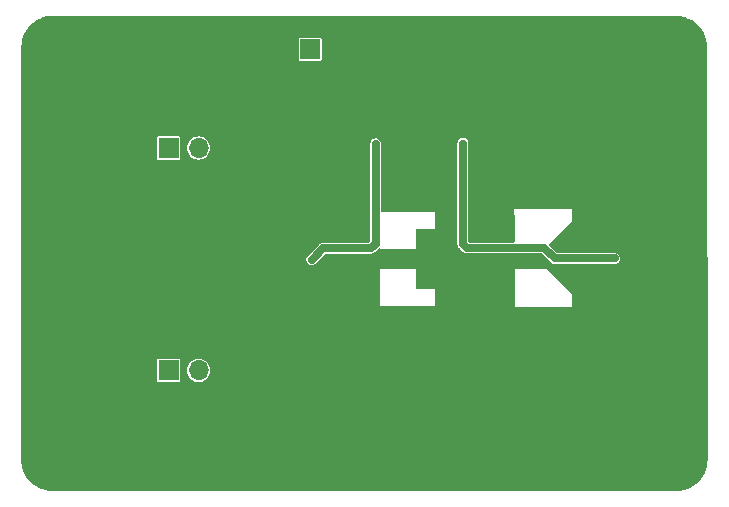
<source format=gbr>
%TF.GenerationSoftware,KiCad,Pcbnew,7.0.11-7.0.11~ubuntu22.04.1*%
%TF.CreationDate,2024-11-23T22:03:05+01:00*%
%TF.ProjectId,analog-amplifier,616e616c-6f67-42d6-916d-706c69666965,rev?*%
%TF.SameCoordinates,Original*%
%TF.FileFunction,Copper,L2,Bot*%
%TF.FilePolarity,Positive*%
%FSLAX46Y46*%
G04 Gerber Fmt 4.6, Leading zero omitted, Abs format (unit mm)*
G04 Created by KiCad (PCBNEW 7.0.11-7.0.11~ubuntu22.04.1) date 2024-11-23 22:03:05*
%MOMM*%
%LPD*%
G01*
G04 APERTURE LIST*
%TA.AperFunction,ComponentPad*%
%ADD10R,1.700000X1.700000*%
%TD*%
%TA.AperFunction,ComponentPad*%
%ADD11O,1.700000X1.700000*%
%TD*%
%TA.AperFunction,SMDPad,CuDef*%
%ADD12R,4.200000X1.350000*%
%TD*%
%TA.AperFunction,ViaPad*%
%ADD13C,0.450000*%
%TD*%
%TA.AperFunction,Conductor*%
%ADD14C,0.660000*%
%TD*%
G04 APERTURE END LIST*
D10*
%TO.P,J6,1,Pin_1*%
%TO.N,GND*%
X141570000Y-70770000D03*
%TD*%
%TO.P,J5,1,Pin_1*%
%TO.N,Net-(J5-Pin_1)*%
X121050000Y-70640000D03*
%TD*%
%TO.P,JP1,1,A*%
%TO.N,/IN+*%
X109050000Y-79000000D03*
D11*
%TO.P,JP1,2,B*%
%TO.N,Net-(JP1-B)*%
X111590000Y-79000000D03*
%TD*%
D12*
%TO.P,J1,2,Ext*%
%TO.N,GND*%
X98700000Y-76175000D03*
X98700000Y-81825000D03*
%TD*%
%TO.P,J2,2,Ext*%
%TO.N,GND*%
X98720000Y-95010000D03*
X98720000Y-100660000D03*
%TD*%
%TO.P,J4,2,Ext*%
%TO.N,GND*%
X152567500Y-100660000D03*
X152567500Y-95010000D03*
%TD*%
%TO.P,J3,2,Ext*%
%TO.N,GND*%
X152557500Y-81825000D03*
X152557500Y-76175000D03*
%TD*%
D10*
%TO.P,JP2,1,A*%
%TO.N,/IN-*%
X109050000Y-97835000D03*
D11*
%TO.P,JP2,2,B*%
%TO.N,Net-(JP2-B)*%
X111590000Y-97835000D03*
%TD*%
D13*
%TO.N,+5V*%
X133980000Y-78510000D03*
X133980000Y-79370000D03*
X133980000Y-80170000D03*
%TO.N,GND*%
X139670000Y-92620000D03*
X112580000Y-103950000D03*
X136608000Y-86010000D03*
X113340000Y-79170000D03*
X98260000Y-83220000D03*
X149300000Y-88910000D03*
X138300000Y-83830000D03*
X145610000Y-94370000D03*
X128050000Y-92600000D03*
X107070000Y-81460000D03*
X144620000Y-91010000D03*
X152030000Y-80200000D03*
X133470000Y-90870000D03*
X149300000Y-97980000D03*
X106360000Y-88400000D03*
X147190000Y-90890000D03*
X121720000Y-83530000D03*
X153830000Y-99020000D03*
X152880000Y-80180000D03*
X153820000Y-80160000D03*
X105960000Y-80110000D03*
X137113332Y-92620000D03*
X103880000Y-98880000D03*
X102830000Y-101140000D03*
X136270000Y-96620000D03*
X102270000Y-80080000D03*
X100700000Y-90660000D03*
X145880000Y-92230000D03*
X105945000Y-96750000D03*
X127020000Y-92620000D03*
X135622000Y-90820000D03*
X129040000Y-103950000D03*
X145880000Y-84620000D03*
X151870000Y-88910000D03*
X149300000Y-90890000D03*
X137774000Y-90600000D03*
X140140000Y-88370000D03*
X153930000Y-90890000D03*
X112110000Y-83220000D03*
X125200000Y-85020000D03*
X128990000Y-96620000D03*
X130440000Y-79680000D03*
X149300000Y-78870000D03*
X143080000Y-96620000D03*
X118350000Y-88400000D03*
X108820000Y-106800000D03*
X121560000Y-104620000D03*
X113780000Y-93660000D03*
X108390000Y-85730000D03*
X108230000Y-94440000D03*
X138391665Y-92620000D03*
X145610000Y-82480000D03*
X128130000Y-83030000D03*
X110500000Y-74360000D03*
X115610000Y-70380000D03*
X126580000Y-94910000D03*
X148640000Y-79530000D03*
X102290000Y-77950000D03*
X111510000Y-80490000D03*
X138170000Y-70310000D03*
X137684000Y-86230000D03*
X98590000Y-93660000D03*
X126780000Y-105260000D03*
X98230000Y-88400000D03*
X114160000Y-79980000D03*
X105890000Y-70240000D03*
X124900000Y-106230000D03*
X119900000Y-80240000D03*
X109260000Y-101140000D03*
X125350000Y-84090000D03*
X109190000Y-96360000D03*
X136700000Y-74430000D03*
X123090000Y-85190000D03*
X115670000Y-106800000D03*
X153930000Y-86550000D03*
X131980000Y-93800000D03*
X106970000Y-98980000D03*
X136230000Y-103950000D03*
X152030000Y-77830000D03*
X152890000Y-77810000D03*
X115840000Y-101140000D03*
X145210000Y-91600000D03*
X111980000Y-85730000D03*
X151310000Y-103950000D03*
X152880000Y-96670000D03*
X130610000Y-86960000D03*
X144620000Y-85840000D03*
X133278333Y-92620000D03*
X142650000Y-87600000D03*
X128140000Y-83960000D03*
X153820000Y-96690000D03*
X115000000Y-95970000D03*
X107040000Y-95540000D03*
X102690000Y-83220000D03*
X114950000Y-80790000D03*
X133188333Y-84210000D03*
X151870000Y-84270000D03*
X104670000Y-90660000D03*
X120050000Y-92090000D03*
X143170000Y-89600000D03*
X106380000Y-77950000D03*
X153830000Y-77830000D03*
X121420000Y-93300000D03*
X146530000Y-83900000D03*
X147590000Y-106800000D03*
X143170000Y-87250000D03*
X144320000Y-93080000D03*
X109960000Y-88400000D03*
X146530000Y-92950000D03*
X112310000Y-81260000D03*
X131910000Y-84210000D03*
X147850000Y-82630000D03*
X134546000Y-90850000D03*
X144950000Y-83140000D03*
X113690000Y-83220000D03*
X128520000Y-77940000D03*
X133150000Y-86850000D03*
X147080000Y-95820000D03*
X114140000Y-96780000D03*
X148640000Y-97320000D03*
X125080000Y-93400000D03*
X136710000Y-79310000D03*
X104315000Y-80080000D03*
X147810000Y-96550000D03*
X149720000Y-80730000D03*
X131430000Y-87550000D03*
X143740000Y-84380000D03*
X139890000Y-101140000D03*
X137023332Y-84210000D03*
X128070000Y-93820000D03*
X130450000Y-86240000D03*
X109990000Y-95590000D03*
X147950000Y-74740000D03*
X140910000Y-81460000D03*
X123860000Y-101140000D03*
X106240000Y-83220000D03*
X131960000Y-101140000D03*
X108980000Y-80500000D03*
X145340000Y-79430000D03*
X153930000Y-88910000D03*
X133210000Y-85890000D03*
X142640000Y-89130000D03*
X143120000Y-103950000D03*
X104335000Y-77950000D03*
X147180000Y-93590000D03*
X147810000Y-80300000D03*
X139578335Y-83830000D03*
X149300000Y-86550000D03*
X148510000Y-94910000D03*
X126820000Y-90270000D03*
X132500000Y-81950000D03*
X144010000Y-90410000D03*
X153930000Y-84410000D03*
X131460000Y-86170000D03*
X149720000Y-96120000D03*
X105520000Y-103950000D03*
X153930000Y-92780000D03*
X149190000Y-95590000D03*
X127820000Y-102200000D03*
X139780000Y-106800000D03*
X112450000Y-93660000D03*
X128900000Y-88410000D03*
X127020000Y-93800000D03*
X144950000Y-93710000D03*
X134900000Y-84240000D03*
X110210000Y-83220000D03*
X147180000Y-83260000D03*
X144320000Y-83770000D03*
X120090000Y-94630000D03*
X146320000Y-95040000D03*
X132000000Y-92620000D03*
X125410000Y-95560000D03*
X151870000Y-90890000D03*
X105525000Y-98910000D03*
X151130000Y-96650000D03*
X127310000Y-83970000D03*
X132120000Y-70350000D03*
X125100000Y-83240000D03*
X116280000Y-85730000D03*
X146320000Y-81810000D03*
X125120000Y-90810000D03*
X102670000Y-73630000D03*
X147850000Y-94220000D03*
X112520000Y-95600000D03*
X131890000Y-83030000D03*
X152890000Y-99040000D03*
X151130000Y-80200000D03*
X132550000Y-77970000D03*
X108220000Y-83220000D03*
X121720000Y-81210000D03*
X108470000Y-90660000D03*
X113260000Y-97520000D03*
X149300000Y-84390000D03*
X120280000Y-97420000D03*
X102770000Y-88400000D03*
X106570000Y-93660000D03*
X115220000Y-83220000D03*
X141310000Y-76210000D03*
X149190000Y-81260000D03*
X149300000Y-92780000D03*
X136698000Y-90820000D03*
X131440000Y-86840000D03*
X115000000Y-93660000D03*
X125240000Y-86000000D03*
X150310000Y-96650000D03*
X101855000Y-96750000D03*
X151870000Y-92780000D03*
X125100000Y-92130000D03*
X134556666Y-92620000D03*
X152030000Y-99020000D03*
X120040000Y-85730000D03*
X145210000Y-85250000D03*
X147310000Y-86550000D03*
X111610000Y-96330000D03*
X99630000Y-103950000D03*
X102800000Y-106800000D03*
X131920000Y-106800000D03*
X148510000Y-81940000D03*
X147080000Y-81030000D03*
X122940000Y-90810000D03*
X151110000Y-77840000D03*
X119920000Y-82140000D03*
X144060000Y-86360000D03*
X147410000Y-101140000D03*
X151870000Y-86550000D03*
X143740000Y-92470000D03*
X100360000Y-85730000D03*
X150120000Y-98700000D03*
X109890000Y-81230000D03*
X101835000Y-98880000D03*
X135532000Y-86010000D03*
X104580000Y-85730000D03*
X124660000Y-103790000D03*
X121520000Y-95560000D03*
X148420000Y-70240000D03*
X113590000Y-90660000D03*
X99910000Y-70120000D03*
X102730000Y-93660000D03*
X103900000Y-96750000D03*
X151110000Y-99010000D03*
X135744999Y-84210000D03*
X114090000Y-88400000D03*
X152030000Y-96650000D03*
X135834999Y-92620000D03*
X150310000Y-80200000D03*
X150120000Y-78150000D03*
%TO.N,+5V*%
X121620000Y-88000000D03*
X133975000Y-87132500D03*
X133975000Y-86080000D03*
X121170000Y-88450000D03*
X126575000Y-78650000D03*
X144090000Y-88350000D03*
X146825000Y-88350000D03*
X146141250Y-88350000D03*
X126590000Y-79410000D03*
X122800003Y-87470000D03*
X145457500Y-88350000D03*
X133970000Y-86610000D03*
X122150000Y-87470000D03*
X126575000Y-80140000D03*
X144773750Y-88350000D03*
%TD*%
D14*
%TO.N,+5V*%
X133975000Y-80175000D02*
X133975000Y-86080000D01*
X133980000Y-80170000D02*
X133975000Y-80175000D01*
X133975000Y-80165000D02*
X133980000Y-80170000D01*
X126210000Y-87470000D02*
X122150000Y-87470000D01*
X133975000Y-87132500D02*
X134302500Y-87460000D01*
X126575000Y-79425000D02*
X126590000Y-79410000D01*
X133970000Y-79400000D02*
X133975000Y-79395000D01*
X133975000Y-80150000D02*
X133975000Y-80165000D01*
X133975000Y-80150000D02*
X133975000Y-79405000D01*
X126575000Y-79395000D02*
X126575000Y-78650000D01*
X140860000Y-87460000D02*
X141750000Y-88350000D01*
X133975000Y-79405000D02*
X133970000Y-79400000D01*
X126575000Y-80140000D02*
X126575000Y-87105000D01*
X134302500Y-87460000D02*
X140860000Y-87460000D01*
X126590000Y-79410000D02*
X126575000Y-79395000D01*
X141750000Y-88350000D02*
X146825000Y-88350000D01*
X122150000Y-87470000D02*
X121170000Y-88450000D01*
X133975000Y-79395000D02*
X133975000Y-78650000D01*
X126575000Y-87105000D02*
X126210000Y-87470000D01*
X133975000Y-86080000D02*
X133975000Y-87132500D01*
X126575000Y-80140000D02*
X126575000Y-79425000D01*
%TD*%
%TA.AperFunction,Conductor*%
%TO.N,GND*%
G36*
X99463596Y-67802495D02*
G01*
X99472284Y-67803664D01*
X99472285Y-67803657D01*
X99476691Y-67804154D01*
X99476693Y-67804154D01*
X99485480Y-67804154D01*
X99493248Y-67804539D01*
X99519207Y-67807114D01*
X99519211Y-67807112D01*
X99523649Y-67806679D01*
X99540663Y-67804161D01*
X151962682Y-67810493D01*
X151967659Y-67810959D01*
X151972244Y-67810910D01*
X151972246Y-67810911D01*
X152009949Y-67810511D01*
X152014302Y-67810587D01*
X152301815Y-67823652D01*
X152310610Y-67824547D01*
X152451618Y-67846931D01*
X152592625Y-67869314D01*
X152601269Y-67871187D01*
X152633389Y-67880057D01*
X152876524Y-67947200D01*
X152884898Y-67950026D01*
X153149937Y-68056334D01*
X153157941Y-68060078D01*
X153409434Y-68195346D01*
X153416959Y-68199953D01*
X153550110Y-68292124D01*
X153651761Y-68362490D01*
X153658740Y-68367924D01*
X153873884Y-68555672D01*
X153880212Y-68561851D01*
X154073024Y-68772476D01*
X154078619Y-68779320D01*
X154123136Y-68840473D01*
X154246684Y-69010188D01*
X154251481Y-69017619D01*
X154392683Y-69265817D01*
X154396619Y-69273737D01*
X154509192Y-69536166D01*
X154512218Y-69544477D01*
X154594746Y-69817834D01*
X154596825Y-69826431D01*
X154648284Y-70107318D01*
X154649388Y-70116094D01*
X154669124Y-70400955D01*
X154669241Y-70409799D01*
X154657497Y-70683738D01*
X154656257Y-70693006D01*
X154655821Y-70696911D01*
X154655829Y-70705550D01*
X154655443Y-70713419D01*
X154652885Y-70739206D01*
X154653267Y-70743108D01*
X154655882Y-70760723D01*
X154689453Y-105332877D01*
X154689037Y-105337377D01*
X154689487Y-105379911D01*
X154689410Y-105384332D01*
X154676347Y-105671813D01*
X154675451Y-105680612D01*
X154630685Y-105962625D01*
X154628812Y-105971269D01*
X154552800Y-106246520D01*
X154549972Y-106254901D01*
X154443666Y-106519934D01*
X154439919Y-106527945D01*
X154304659Y-106779425D01*
X154300040Y-106786968D01*
X154137509Y-107021761D01*
X154132075Y-107028740D01*
X153944327Y-107243884D01*
X153938148Y-107250212D01*
X153727523Y-107443024D01*
X153720675Y-107448622D01*
X153489811Y-107616684D01*
X153482380Y-107621481D01*
X153234182Y-107762683D01*
X153226262Y-107766619D01*
X152963833Y-107879192D01*
X152955522Y-107882218D01*
X152682165Y-107964746D01*
X152673568Y-107966825D01*
X152392681Y-108018284D01*
X152383905Y-108019388D01*
X152099044Y-108039124D01*
X152090200Y-108039241D01*
X151816404Y-108027503D01*
X151807719Y-108026336D01*
X151807719Y-108026343D01*
X151803308Y-108025845D01*
X151794515Y-108025844D01*
X151786742Y-108025459D01*
X151760793Y-108022886D01*
X151760792Y-108022886D01*
X151760790Y-108022886D01*
X151756384Y-108023317D01*
X151739338Y-108025837D01*
X99287316Y-108019505D01*
X99282335Y-108019040D01*
X99240082Y-108019487D01*
X99235662Y-108019410D01*
X98948186Y-108006347D01*
X98939387Y-108005451D01*
X98657374Y-107960685D01*
X98648730Y-107958812D01*
X98373479Y-107882800D01*
X98365098Y-107879972D01*
X98100065Y-107773666D01*
X98092054Y-107769919D01*
X97986068Y-107712914D01*
X97840570Y-107634656D01*
X97833035Y-107630043D01*
X97699890Y-107537876D01*
X97598238Y-107467509D01*
X97591259Y-107462075D01*
X97376115Y-107274327D01*
X97369787Y-107268148D01*
X97181678Y-107062660D01*
X97176970Y-107057517D01*
X97171382Y-107050681D01*
X97087346Y-106935243D01*
X97003315Y-106819811D01*
X96998518Y-106812380D01*
X96857316Y-106564182D01*
X96853380Y-106556262D01*
X96828367Y-106497952D01*
X96740803Y-106293823D01*
X96737785Y-106285533D01*
X96655250Y-106012155D01*
X96653176Y-106003579D01*
X96601713Y-105722672D01*
X96600612Y-105713914D01*
X96580874Y-105429036D01*
X96580758Y-105420201D01*
X96582486Y-105379911D01*
X96592496Y-105146379D01*
X96593666Y-105137674D01*
X96593663Y-105137674D01*
X96594158Y-105133267D01*
X96594157Y-105133266D01*
X96594159Y-105133262D01*
X96594157Y-105124506D01*
X96594542Y-105116718D01*
X96597114Y-105090793D01*
X96597112Y-105090788D01*
X96596690Y-105086465D01*
X96594151Y-105069326D01*
X96593479Y-98697850D01*
X108069500Y-98697850D01*
X108069501Y-98697854D01*
X108077071Y-98735919D01*
X108105914Y-98779086D01*
X108149081Y-98807929D01*
X108187145Y-98815500D01*
X109912854Y-98815499D01*
X109950919Y-98807929D01*
X109994086Y-98779086D01*
X110022929Y-98735919D01*
X110030500Y-98697855D01*
X110030499Y-97835000D01*
X110604756Y-97835000D01*
X110623687Y-98027214D01*
X110623689Y-98027221D01*
X110679749Y-98212028D01*
X110679752Y-98212034D01*
X110679753Y-98212037D01*
X110770800Y-98382372D01*
X110770802Y-98382375D01*
X110893326Y-98531673D01*
X111042624Y-98654197D01*
X111042628Y-98654200D01*
X111212963Y-98745247D01*
X111212968Y-98745248D01*
X111212971Y-98745250D01*
X111324515Y-98779086D01*
X111397788Y-98801313D01*
X111590000Y-98820244D01*
X111782212Y-98801313D01*
X111874624Y-98773280D01*
X111967028Y-98745250D01*
X111967029Y-98745249D01*
X111967037Y-98745247D01*
X112137372Y-98654200D01*
X112286673Y-98531673D01*
X112409200Y-98382372D01*
X112500247Y-98212037D01*
X112556313Y-98027212D01*
X112575244Y-97835000D01*
X112556313Y-97642788D01*
X112556310Y-97642778D01*
X112500250Y-97457971D01*
X112500248Y-97457968D01*
X112500247Y-97457963D01*
X112409200Y-97287628D01*
X112409197Y-97287624D01*
X112286673Y-97138326D01*
X112137375Y-97015802D01*
X112137373Y-97015801D01*
X112137372Y-97015800D01*
X111967037Y-96924753D01*
X111967034Y-96924752D01*
X111967028Y-96924749D01*
X111782221Y-96868689D01*
X111782214Y-96868687D01*
X111590000Y-96849756D01*
X111397785Y-96868687D01*
X111397778Y-96868689D01*
X111212971Y-96924749D01*
X111212965Y-96924752D01*
X111042624Y-97015802D01*
X110893326Y-97138326D01*
X110770802Y-97287624D01*
X110679752Y-97457965D01*
X110679749Y-97457971D01*
X110623689Y-97642778D01*
X110623687Y-97642785D01*
X110604756Y-97835000D01*
X110030499Y-97835000D01*
X110030499Y-96972146D01*
X110022929Y-96934081D01*
X109994086Y-96890914D01*
X109950919Y-96862071D01*
X109950917Y-96862070D01*
X109922304Y-96856379D01*
X109912855Y-96854500D01*
X109912854Y-96854500D01*
X108187149Y-96854500D01*
X108149081Y-96862071D01*
X108105914Y-96890914D01*
X108077071Y-96934080D01*
X108077070Y-96934082D01*
X108069500Y-96972145D01*
X108069500Y-98697850D01*
X96593479Y-98697850D01*
X96592818Y-92430000D01*
X138350000Y-92430000D01*
X143230000Y-92430000D01*
X143230000Y-91430000D01*
X141130000Y-89230000D01*
X138380000Y-89230000D01*
X138350000Y-92430000D01*
X96592818Y-92430000D01*
X96592484Y-89270000D01*
X126950000Y-89270000D01*
X126950000Y-92380000D01*
X131600000Y-92380000D01*
X131600000Y-90920000D01*
X130049000Y-90920000D01*
X129998220Y-90901518D01*
X129971200Y-90854718D01*
X129970000Y-90841000D01*
X129970000Y-89280000D01*
X126950000Y-89270000D01*
X96592484Y-89270000D01*
X96592403Y-88502142D01*
X120707227Y-88502142D01*
X120743153Y-88636227D01*
X120743154Y-88636229D01*
X120743155Y-88636231D01*
X120817011Y-88753772D01*
X120922231Y-88844321D01*
X120922235Y-88844322D01*
X120922237Y-88844324D01*
X121017658Y-88885955D01*
X121049467Y-88899834D01*
X121187413Y-88915377D01*
X121323811Y-88889569D01*
X121446543Y-88824702D01*
X121769103Y-88502142D01*
X122317607Y-87953639D01*
X122366583Y-87930801D01*
X122373468Y-87930500D01*
X126179695Y-87930500D01*
X126188538Y-87930996D01*
X126227413Y-87935377D01*
X126285752Y-87924337D01*
X126288604Y-87923853D01*
X126347268Y-87915012D01*
X126347275Y-87915008D01*
X126352930Y-87913265D01*
X126352960Y-87913362D01*
X126358257Y-87911619D01*
X126358224Y-87911524D01*
X126363806Y-87909569D01*
X126363811Y-87909569D01*
X126416249Y-87881854D01*
X126418889Y-87880521D01*
X126438622Y-87871018D01*
X126472339Y-87854781D01*
X126472341Y-87854778D01*
X126477230Y-87851446D01*
X126477287Y-87851529D01*
X126481838Y-87848300D01*
X126481778Y-87848219D01*
X126486541Y-87844703D01*
X126486540Y-87844703D01*
X126486543Y-87844702D01*
X126528505Y-87802738D01*
X126530608Y-87800714D01*
X126530787Y-87800547D01*
X126574100Y-87760360D01*
X126574101Y-87760357D01*
X126577796Y-87755726D01*
X126577874Y-87755788D01*
X126585846Y-87745397D01*
X126824738Y-87506505D01*
X126873713Y-87483668D01*
X126925911Y-87497654D01*
X126936366Y-87506412D01*
X126949998Y-87519999D01*
X126950000Y-87519998D01*
X126950000Y-87520000D01*
X129970000Y-87510000D01*
X129970000Y-85949000D01*
X129988482Y-85898220D01*
X130035282Y-85871200D01*
X130049000Y-85870000D01*
X131600000Y-85870000D01*
X131600000Y-84410000D01*
X127114500Y-84410000D01*
X127063720Y-84391518D01*
X127036700Y-84344718D01*
X127035500Y-84331000D01*
X127035500Y-79556951D01*
X127039740Y-79536636D01*
X127038302Y-79536251D01*
X127039834Y-79530533D01*
X127040799Y-79521964D01*
X127044736Y-79504713D01*
X127047583Y-79496580D01*
X127049423Y-79447382D01*
X127049862Y-79441525D01*
X127052579Y-79417414D01*
X133504622Y-79417414D01*
X133506227Y-79425895D01*
X133507548Y-79443522D01*
X133507226Y-79452137D01*
X133507227Y-79452142D01*
X133511808Y-79469238D01*
X133514500Y-79489685D01*
X133514500Y-80134694D01*
X133514003Y-80143539D01*
X133509623Y-80182408D01*
X133509623Y-80182419D01*
X133511539Y-80192544D01*
X133512861Y-80210177D01*
X133512227Y-80227139D01*
X133512890Y-80233022D01*
X133512789Y-80233033D01*
X133514500Y-80246024D01*
X133514500Y-87102194D01*
X133514003Y-87111039D01*
X133509623Y-87149908D01*
X133509623Y-87149914D01*
X133520653Y-87208210D01*
X133521147Y-87211120D01*
X133529987Y-87269768D01*
X133531733Y-87275427D01*
X133531638Y-87275456D01*
X133533383Y-87280758D01*
X133533477Y-87280726D01*
X133535432Y-87286314D01*
X133563145Y-87338750D01*
X133564476Y-87341386D01*
X133590217Y-87394836D01*
X133593552Y-87399727D01*
X133593469Y-87399782D01*
X133596703Y-87404339D01*
X133596783Y-87404281D01*
X133600296Y-87409041D01*
X133600297Y-87409042D01*
X133600298Y-87409043D01*
X133642248Y-87450993D01*
X133644272Y-87453094D01*
X133684641Y-87496601D01*
X133689267Y-87500290D01*
X133689204Y-87500368D01*
X133699602Y-87508347D01*
X133955440Y-87764185D01*
X133961343Y-87770790D01*
X133985737Y-87801379D01*
X133985740Y-87801381D01*
X133985742Y-87801384D01*
X134027089Y-87829573D01*
X134034764Y-87834806D01*
X134037175Y-87836517D01*
X134084891Y-87871734D01*
X134090126Y-87874501D01*
X134090078Y-87874590D01*
X134095065Y-87877107D01*
X134095109Y-87877016D01*
X134100439Y-87879583D01*
X134157132Y-87897070D01*
X134159903Y-87897982D01*
X134180410Y-87905157D01*
X134215920Y-87917583D01*
X134215923Y-87917583D01*
X134221742Y-87918685D01*
X134221723Y-87918784D01*
X134227221Y-87919718D01*
X134227237Y-87919618D01*
X134233088Y-87920500D01*
X134233091Y-87920500D01*
X134292404Y-87920500D01*
X134295357Y-87920555D01*
X134297639Y-87920640D01*
X134354642Y-87922773D01*
X134354648Y-87922771D01*
X134360523Y-87922110D01*
X134360534Y-87922210D01*
X134373524Y-87920500D01*
X140636533Y-87920500D01*
X140687313Y-87938982D01*
X140692394Y-87943639D01*
X141402940Y-88654185D01*
X141408843Y-88660790D01*
X141433237Y-88691379D01*
X141433240Y-88691381D01*
X141433242Y-88691384D01*
X141474589Y-88719573D01*
X141482264Y-88724806D01*
X141484675Y-88726517D01*
X141532391Y-88761734D01*
X141537626Y-88764501D01*
X141537578Y-88764590D01*
X141542565Y-88767107D01*
X141542609Y-88767016D01*
X141547939Y-88769583D01*
X141604632Y-88787070D01*
X141607403Y-88787982D01*
X141627492Y-88795011D01*
X141663420Y-88807583D01*
X141663423Y-88807583D01*
X141669242Y-88808685D01*
X141669223Y-88808784D01*
X141674721Y-88809718D01*
X141674737Y-88809618D01*
X141680588Y-88810500D01*
X141680591Y-88810500D01*
X141739904Y-88810500D01*
X141742857Y-88810555D01*
X141745139Y-88810640D01*
X141802142Y-88812773D01*
X141802148Y-88812771D01*
X141808023Y-88812110D01*
X141808034Y-88812210D01*
X141821024Y-88810500D01*
X146859509Y-88810500D01*
X146859513Y-88810500D01*
X146962268Y-88795012D01*
X147087339Y-88734781D01*
X147189100Y-88640360D01*
X147258510Y-88520140D01*
X147289400Y-88384802D01*
X147279026Y-88246372D01*
X147228310Y-88117149D01*
X147141758Y-88008616D01*
X147141757Y-88008615D01*
X147141756Y-88008614D01*
X147027063Y-87930418D01*
X147027059Y-87930416D01*
X146894409Y-87889500D01*
X141973467Y-87889500D01*
X141922687Y-87871018D01*
X141917606Y-87866361D01*
X141309143Y-87257898D01*
X141286305Y-87208922D01*
X141300291Y-87156724D01*
X141307851Y-87147497D01*
X143214686Y-85149862D01*
X143214686Y-84149862D01*
X138334686Y-84149862D01*
X138344061Y-85149861D01*
X138360653Y-86919759D01*
X138342647Y-86970711D01*
X138296103Y-86998168D01*
X138281656Y-86999500D01*
X134525967Y-86999500D01*
X134475187Y-86981018D01*
X134470106Y-86976361D01*
X134458639Y-86964894D01*
X134435801Y-86915918D01*
X134435500Y-86909033D01*
X134435500Y-80274997D01*
X134436877Y-80260313D01*
X134437582Y-80256585D01*
X134437582Y-80256582D01*
X134437583Y-80256580D01*
X134439423Y-80207382D01*
X134439862Y-80201525D01*
X134445377Y-80152587D01*
X134443771Y-80144100D01*
X134442450Y-80126474D01*
X134442773Y-80117858D01*
X134438191Y-80100760D01*
X134435500Y-80080315D01*
X134435500Y-79435305D01*
X134435997Y-79426459D01*
X134437016Y-79417413D01*
X134440377Y-79387587D01*
X134438460Y-79377460D01*
X134437137Y-79359824D01*
X134437773Y-79342858D01*
X134437771Y-79342853D01*
X134437110Y-79336973D01*
X134437209Y-79336961D01*
X134435500Y-79323974D01*
X134435500Y-78615490D01*
X134430240Y-78580591D01*
X134420012Y-78512732D01*
X134374253Y-78417714D01*
X134367404Y-78395799D01*
X134365646Y-78384696D01*
X134308050Y-78271658D01*
X134308049Y-78271657D01*
X134308049Y-78271656D01*
X134218343Y-78181950D01*
X134218340Y-78181948D01*
X134105306Y-78124354D01*
X134105302Y-78124353D01*
X133980002Y-78104508D01*
X133979998Y-78104508D01*
X133854697Y-78124353D01*
X133854693Y-78124354D01*
X133741659Y-78181948D01*
X133741656Y-78181950D01*
X133651951Y-78271655D01*
X133594351Y-78384701D01*
X133594036Y-78385673D01*
X133584182Y-78405746D01*
X133555417Y-78447939D01*
X133555416Y-78447941D01*
X133514500Y-78580590D01*
X133514500Y-79295003D01*
X133513123Y-79309687D01*
X133512417Y-79313415D01*
X133510576Y-79362605D01*
X133510134Y-79368493D01*
X133504622Y-79417411D01*
X133504622Y-79417414D01*
X127052579Y-79417414D01*
X127055377Y-79392587D01*
X127053771Y-79384100D01*
X127052450Y-79366474D01*
X127052773Y-79357858D01*
X127040030Y-79310304D01*
X127038722Y-79304569D01*
X127036876Y-79294808D01*
X127035500Y-79280129D01*
X127035500Y-78615490D01*
X127030240Y-78580591D01*
X127020012Y-78512732D01*
X126959781Y-78387661D01*
X126865360Y-78285900D01*
X126865359Y-78285899D01*
X126797445Y-78246689D01*
X126745140Y-78216490D01*
X126745138Y-78216489D01*
X126745135Y-78216488D01*
X126609802Y-78185599D01*
X126471372Y-78195973D01*
X126342149Y-78246689D01*
X126233614Y-78333243D01*
X126155418Y-78447936D01*
X126155416Y-78447940D01*
X126114500Y-78580590D01*
X126114500Y-79364694D01*
X126114003Y-79373539D01*
X126109623Y-79412408D01*
X126109623Y-79412416D01*
X126112164Y-79425844D01*
X126113486Y-79443481D01*
X126112227Y-79477141D01*
X126112890Y-79483023D01*
X126112789Y-79483034D01*
X126114500Y-79496024D01*
X126114500Y-86881533D01*
X126096018Y-86932313D01*
X126091361Y-86937394D01*
X126042394Y-86986361D01*
X125993418Y-87009199D01*
X125986533Y-87009500D01*
X122180299Y-87009500D01*
X122171454Y-87009003D01*
X122132591Y-87004624D01*
X122132585Y-87004624D01*
X122074314Y-87015649D01*
X122071404Y-87016143D01*
X122012732Y-87024987D01*
X122007073Y-87026733D01*
X122007044Y-87026639D01*
X122001741Y-87028384D01*
X122001774Y-87028478D01*
X121996185Y-87030433D01*
X121943750Y-87058146D01*
X121941113Y-87059477D01*
X121887665Y-87085215D01*
X121882774Y-87088551D01*
X121882719Y-87088470D01*
X121878158Y-87091705D01*
X121878217Y-87091785D01*
X121873455Y-87095299D01*
X121831515Y-87137238D01*
X121829390Y-87139285D01*
X121785897Y-87179642D01*
X121782209Y-87184267D01*
X121782131Y-87184205D01*
X121774153Y-87194600D01*
X120819974Y-88148779D01*
X120758267Y-88232390D01*
X120712417Y-88363419D01*
X120707227Y-88502142D01*
X96592403Y-88502142D01*
X96591492Y-79862850D01*
X108069500Y-79862850D01*
X108069501Y-79862854D01*
X108077071Y-79900919D01*
X108105914Y-79944086D01*
X108149081Y-79972929D01*
X108187145Y-79980500D01*
X109912854Y-79980499D01*
X109950919Y-79972929D01*
X109994086Y-79944086D01*
X110022929Y-79900919D01*
X110030500Y-79862855D01*
X110030499Y-79000000D01*
X110604756Y-79000000D01*
X110623687Y-79192214D01*
X110623689Y-79192221D01*
X110679749Y-79377028D01*
X110679752Y-79377034D01*
X110679753Y-79377037D01*
X110767109Y-79540466D01*
X110770802Y-79547375D01*
X110893326Y-79696673D01*
X111042624Y-79819197D01*
X111042628Y-79819200D01*
X111212963Y-79910247D01*
X111212968Y-79910248D01*
X111212971Y-79910250D01*
X111324515Y-79944086D01*
X111397788Y-79966313D01*
X111590000Y-79985244D01*
X111782212Y-79966313D01*
X111874624Y-79938280D01*
X111967028Y-79910250D01*
X111967029Y-79910249D01*
X111967037Y-79910247D01*
X112137372Y-79819200D01*
X112286673Y-79696673D01*
X112409200Y-79547372D01*
X112500247Y-79377037D01*
X112502773Y-79368712D01*
X112556310Y-79192221D01*
X112556312Y-79192214D01*
X112556313Y-79192212D01*
X112575244Y-79000000D01*
X112556313Y-78807788D01*
X112556310Y-78807778D01*
X112500250Y-78622971D01*
X112500248Y-78622968D01*
X112500247Y-78622963D01*
X112409200Y-78452628D01*
X112405352Y-78447939D01*
X112286673Y-78303326D01*
X112137375Y-78180802D01*
X112137373Y-78180801D01*
X112137372Y-78180800D01*
X111967037Y-78089753D01*
X111967034Y-78089752D01*
X111967028Y-78089749D01*
X111782221Y-78033689D01*
X111782214Y-78033687D01*
X111590000Y-78014756D01*
X111397785Y-78033687D01*
X111397778Y-78033689D01*
X111212971Y-78089749D01*
X111212965Y-78089752D01*
X111042624Y-78180802D01*
X110893326Y-78303326D01*
X110770802Y-78452624D01*
X110770800Y-78452628D01*
X110683748Y-78615490D01*
X110679752Y-78622965D01*
X110679749Y-78622971D01*
X110623689Y-78807778D01*
X110623687Y-78807785D01*
X110604756Y-79000000D01*
X110030499Y-79000000D01*
X110030499Y-78137146D01*
X110022929Y-78099081D01*
X109994086Y-78055914D01*
X109950919Y-78027071D01*
X109950917Y-78027070D01*
X109922304Y-78021379D01*
X109912855Y-78019500D01*
X109912854Y-78019500D01*
X108187149Y-78019500D01*
X108149081Y-78027071D01*
X108105914Y-78055914D01*
X108077071Y-78099080D01*
X108077070Y-78099082D01*
X108069500Y-78137145D01*
X108069500Y-79862850D01*
X96591492Y-79862850D01*
X96590610Y-71502850D01*
X120069500Y-71502850D01*
X120069501Y-71502854D01*
X120077071Y-71540919D01*
X120105914Y-71584086D01*
X120149081Y-71612929D01*
X120187145Y-71620500D01*
X121912854Y-71620499D01*
X121950919Y-71612929D01*
X121994086Y-71584086D01*
X122022929Y-71540919D01*
X122030500Y-71502855D01*
X122030499Y-69777146D01*
X122022929Y-69739081D01*
X121994086Y-69695914D01*
X121950919Y-69667071D01*
X121950917Y-69667070D01*
X121922304Y-69661379D01*
X121912855Y-69659500D01*
X121912854Y-69659500D01*
X120187149Y-69659500D01*
X120149081Y-69667071D01*
X120105914Y-69695914D01*
X120077071Y-69739080D01*
X120077070Y-69739082D01*
X120069500Y-69777145D01*
X120069500Y-71502850D01*
X96590610Y-71502850D01*
X96590504Y-70497279D01*
X96590959Y-70492410D01*
X96590909Y-70487756D01*
X96590911Y-70487754D01*
X96590512Y-70450082D01*
X96590589Y-70445666D01*
X96603652Y-70158186D01*
X96604548Y-70149387D01*
X96649314Y-69867374D01*
X96651187Y-69858730D01*
X96673717Y-69777145D01*
X96727201Y-69583470D01*
X96730024Y-69575106D01*
X96836337Y-69310055D01*
X96840074Y-69302065D01*
X96975350Y-69050556D01*
X96979948Y-69043048D01*
X97142493Y-68808233D01*
X97147924Y-68801259D01*
X97167066Y-68779324D01*
X97335681Y-68586104D01*
X97341840Y-68579797D01*
X97552490Y-68386962D01*
X97559309Y-68381388D01*
X97790189Y-68213313D01*
X97797619Y-68208518D01*
X97812664Y-68199959D01*
X98045827Y-68067311D01*
X98053726Y-68063385D01*
X98316181Y-67950801D01*
X98324460Y-67947786D01*
X98597848Y-67865249D01*
X98606415Y-67863177D01*
X98887329Y-67811713D01*
X98896082Y-67810612D01*
X99180964Y-67790874D01*
X99189790Y-67790758D01*
X99463596Y-67802495D01*
G37*
%TD.AperFunction*%
%TD*%
M02*

</source>
